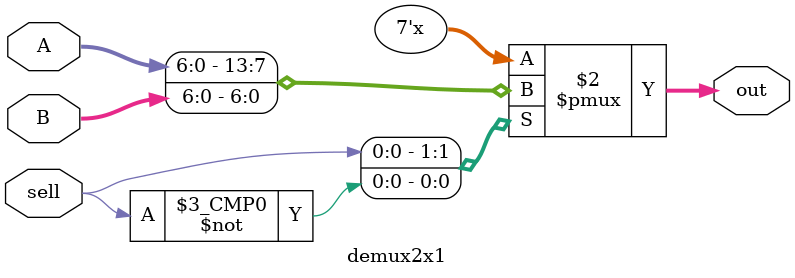
<source format=v>
module demux2x1(A,B,sell,out);
    input [6:0]A,B;
	inout sell;
	output reg [6:0]out;
	
always @(*)
	begin
	case(sell)
		1'b1 : out = A;
		1'b0 : out = B;
		default: out = 7'bx;
	endcase
	end
endmodule
</source>
